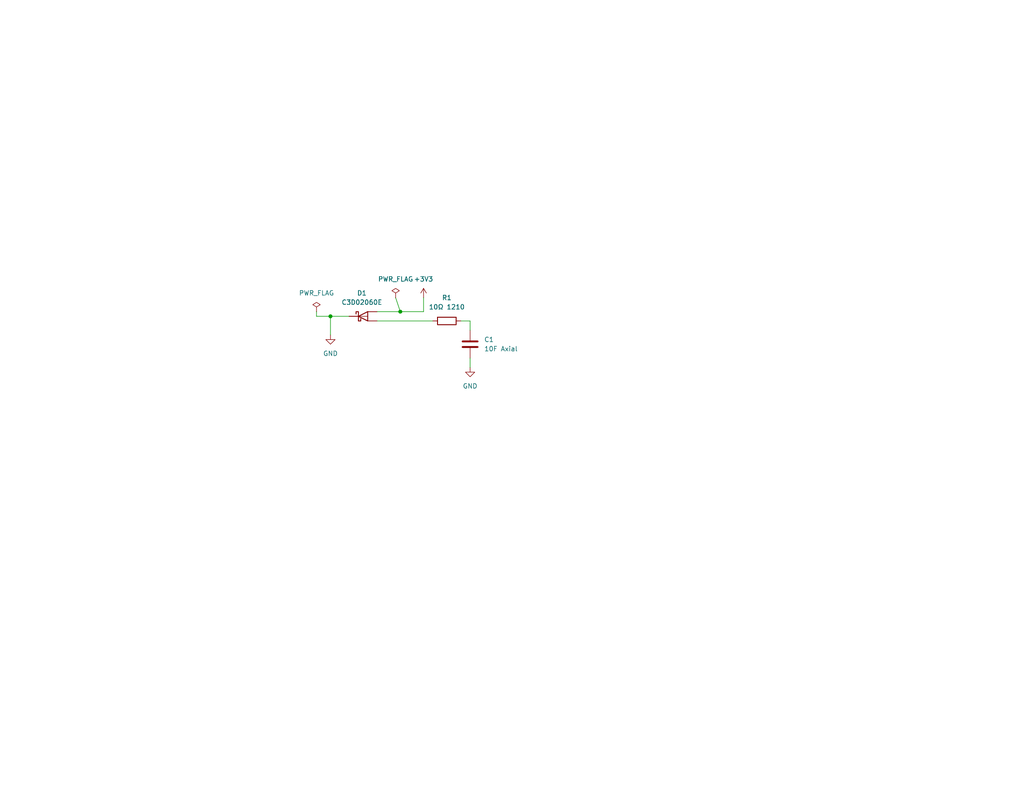
<source format=kicad_sch>
(kicad_sch (version 20211123) (generator eeschema)
  (paper "USLetter")
  (title_block (title "Example Project") (date "2023-03-29") (rev "v1") (comment 1 "Jonathan Mullen"))
  (lib_symbols
    (symbol "Device:C" (pin_numbers hide) (pin_names (offset 0.254))
      (property "Reference" "C" (at 0.635 2.54 0))
      (property "Value" "C" (at 0.635 -2.54 0))
      (symbol "C_0_1"
        (polyline (pts (xy -2.032 -0.762) (xy 2.032 -0.762)) (stroke (width 0.508)))
        (polyline (pts (xy -2.032 0.762) (xy 2.032 0.762)) (stroke (width 0.508)))
      )
      (symbol "C_1_1"
        (pin passive line (at 0 3.81 270) (length 2.794) (name "~") (number "1"))
        (pin passive line (at 0 -3.81 90) (length 2.794) (name "~") (number "2"))
      )
    )
    (symbol "Device:R" (pin_numbers hide) (pin_names (offset 0))
      (property "Reference" "R" (at 2.032 0 90))
      (property "Value" "R" (at 0 0 90))
      (symbol "R_0_1"
        (rectangle (start -1.016 -2.54) (end 1.016 2.54) (stroke (width 0.254)))
      )
      (symbol "R_1_1"
        (pin passive line (at 0 3.81 270) (length 1.27) (name "~") (number "1"))
        (pin passive line (at 0 -3.81 90) (length 1.27) (name "~") (number "2"))
      )
    )
    (symbol "optivolt-passive:C3D02060E" (pin_numbers hide) (pin_names (offset 1.016) hide)
      (property "Reference" "D25" (at 6.35 3.81 90))
      (property "Value" "4A 200V" (at 2.54 2.54 90))
      (symbol "C3D02060E_0_1"
        (polyline (pts (xy 1.27 0) (xy -1.27 0)))
        (polyline (pts (xy 1.27 1.27) (xy 1.27 -1.27) (xy -1.27 0) (xy 1.27 1.27)) (stroke (width 0.254)))
        (polyline (pts (xy -1.905 0.635) (xy -1.905 1.27) (xy -1.27 1.27) (xy -1.27 -1.27) (xy -0.635 -1.27) (xy -0.635 -0.635)) (stroke (width 0.254)))
      )
      (symbol "C3D02060E_1_1"
        (pin passive line (at 3.81 -1.27 180) (length 2.54) (name "A") (number "1"))
        (pin passive line (at 3.81 1.27 180) (length 2.54) (name "A") (number "2"))
        (pin passive line (at -3.81 0 0) (length 2.54) (name "K") (number "3"))
      )
    )
    (symbol "power:+3V3" (power) (pin_names (offset 0))
      (property "Value" "+3V3" (at 0 3.556 0))
      (symbol "+3V3_0_1"
        (polyline (pts (xy -0.762 1.27) (xy 0 2.54)))
        (polyline (pts (xy 0 0) (xy 0 2.54)))
        (polyline (pts (xy 0 2.54) (xy 0.762 1.27)))
      )
      (symbol "+3V3_1_1"
        (pin power_in line (at 0 0 90) (length 0) hide (name "+3V3") (number "1"))
      )
    )
    (symbol "power:GND" (power) (pin_names (offset 0))
      (property "Value" "GND" (at 0 -3.81 0))
      (symbol "GND_0_1"
        (polyline (pts (xy 0 0) (xy 0 -1.27) (xy 1.27 -1.27) (xy 0 -2.54) (xy -1.27 -1.27) (xy 0 -1.27)))
      )
      (symbol "GND_1_1"
        (pin power_in line (at 0 0 270) (length 0) hide (name "GND") (number "1"))
      )
    )
    (symbol "power:PWR_FLAG" (power) (pin_numbers hide) (pin_names (offset 0) hide)
      (property "Value" "PWR_FLAG" (at 0 3.81 0))
      (symbol "PWR_FLAG_0_0"
        (pin power_out line (at 0 0 90) (length 0) (name "pwr") (number "1"))
      )
      (symbol "PWR_FLAG_0_1"
        (polyline (pts (xy 0 0) (xy 0 1.27) (xy -1.016 1.905) (xy 0 2.54) (xy 1.016 1.905) (xy 0 1.27)))
      )
    )
  )
  (junction (at 109.22 85.09))
  (junction (at 90.17 86.36))
  (wire (pts (xy 102.87 87.63) (xy 118.11 87.63)))
  (wire (pts (xy 90.17 86.36) (xy 95.25 86.36)))
  (wire (pts (xy 128.27 90.17) (xy 128.27 87.63)))
  (wire (pts (xy 109.22 85.09) (xy 115.57 85.09)))
  (wire (pts (xy 86.36 86.36) (xy 90.17 86.36)))
  (wire (pts (xy 115.57 85.09) (xy 115.57 81.28)))
  (wire (pts (xy 109.22 85.09) (xy 107.95 81.28)))
  (wire (pts (xy 128.27 87.63) (xy 125.73 87.63)))
  (wire (pts (xy 86.36 85.09) (xy 86.36 86.36)))
  (wire (pts (xy 128.27 97.79) (xy 128.27 100.33)))
  (wire (pts (xy 102.87 85.09) (xy 109.22 85.09)))
  (wire (pts (xy 90.17 91.44) (xy 90.17 86.36)))
  (symbol (lib_id "power:PWR_FLAG") (at 107.95 81.28 0) (unit 1)
    (property "Reference" "#FLG?" (effects hide))
    (property "Value" "PWR_FLAG" (at 107.95 76.2 0))
  )
  (symbol (lib_id "power:GND") (at 128.27 100.33 0) (unit 1)
    (property "Reference" "#PWR03" (effects hide))
    (property "Value" "GND" (at 128.27 105.41 0))
  )
  (symbol (lib_id "Device:C") (at 128.27 93.98 0) (unit 1)
    (property "Reference" "C1" (at 132.08 92.7099 0) (effects (justify left)))
    (property "Value" "10F Axial" (at 132.08 95.2499 0) (effects (justify left)))
    (property "Footprint" "Capacitor_THT:CP_Axial_L10.0mm_D4.5mm_P15.00mm_Horizontal" (effects hide))
  )
  (symbol (lib_id "optivolt-passive:C3D02060E") (at 99.06 86.36 0) (unit 1)
    (property "Reference" "D1" (at 98.7425 80.01 0))
    (property "Value" "C3D02060E" (at 98.7425 82.55 0))
    (property "Footprint" "Package_TO_SOT_SMD:TO-277A" (effects hide))
    (property "MPN" "CTLSH4-200M364" (effects hide))
  )
  (symbol (lib_id "power:GND") (at 90.17 91.44 0) (unit 1)
    (property "Reference" "#PWR?" (effects hide))
    (property "Value" "GND" (at 90.17 96.52 0))
  )
  (symbol (lib_id "power:+3V3") (at 115.57 81.28 0) (unit 1)
    (property "Reference" "#PWR02" (effects hide))
    (property "Value" "+3V3" (at 115.57 76.2 0))
  )
  (symbol (lib_id "Device:R") (at 121.92 87.63 90) (unit 1)
    (property "Reference" "R1" (at 121.92 81.28 90))
    (property "Value" "10Ω 1210" (at 121.92 83.82 90))
    (property "Footprint" "Resistor_SMD:R_1210_3225Metric_Pad1.30x2.65mm_HandSolder" (effects hide))
    (property "IsGeneric" "Y" (effects hide))
  )
  (symbol (lib_id "power:PWR_FLAG") (at 86.36 85.09 0) (unit 1)
    (property "Reference" "#FLG01" (effects hide))
    (property "Value" "PWR_FLAG" (at 86.36 80.01 0))
  )
)
</source>
